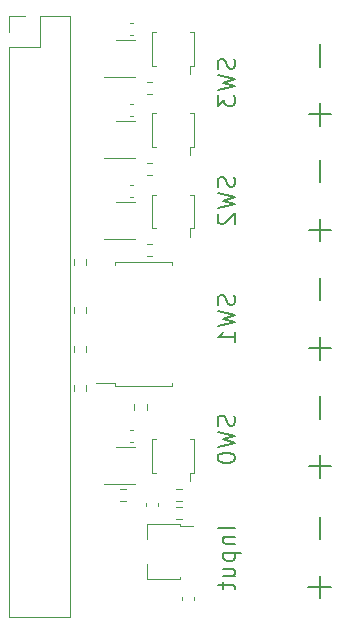
<source format=gbr>
%TF.GenerationSoftware,KiCad,Pcbnew,(6.0.9)*%
%TF.CreationDate,2022-11-25T17:08:00+01:00*%
%TF.ProjectId,gpio_isolated_switches,6770696f-5f69-4736-9f6c-617465645f73,rev?*%
%TF.SameCoordinates,Original*%
%TF.FileFunction,Legend,Bot*%
%TF.FilePolarity,Positive*%
%FSLAX46Y46*%
G04 Gerber Fmt 4.6, Leading zero omitted, Abs format (unit mm)*
G04 Created by KiCad (PCBNEW (6.0.9)) date 2022-11-25 17:08:00*
%MOMM*%
%LPD*%
G01*
G04 APERTURE LIST*
%ADD10C,0.200000*%
%ADD11C,0.120000*%
G04 APERTURE END LIST*
D10*
X109446428Y-72252380D02*
X109446428Y-70347619D01*
X108494047Y-71300000D02*
X110398809Y-71300000D01*
X109446428Y-67252380D02*
X109446428Y-65347619D01*
X109446428Y-52452380D02*
X109446428Y-50547619D01*
X108494047Y-51500000D02*
X110398809Y-51500000D01*
X109446428Y-47452380D02*
X109446428Y-45547619D01*
X102207142Y-77000000D02*
X102278571Y-77214285D01*
X102278571Y-77571428D01*
X102207142Y-77714285D01*
X102135714Y-77785714D01*
X101992857Y-77857142D01*
X101850000Y-77857142D01*
X101707142Y-77785714D01*
X101635714Y-77714285D01*
X101564285Y-77571428D01*
X101492857Y-77285714D01*
X101421428Y-77142857D01*
X101350000Y-77071428D01*
X101207142Y-77000000D01*
X101064285Y-77000000D01*
X100921428Y-77071428D01*
X100850000Y-77142857D01*
X100778571Y-77285714D01*
X100778571Y-77642857D01*
X100850000Y-77857142D01*
X100778571Y-78357142D02*
X102278571Y-78714285D01*
X101207142Y-79000000D01*
X102278571Y-79285714D01*
X100778571Y-79642857D01*
X100778571Y-80500000D02*
X100778571Y-80642857D01*
X100850000Y-80785714D01*
X100921428Y-80857142D01*
X101064285Y-80928571D01*
X101350000Y-81000000D01*
X101707142Y-81000000D01*
X101992857Y-80928571D01*
X102135714Y-80857142D01*
X102207142Y-80785714D01*
X102278571Y-80642857D01*
X102278571Y-80500000D01*
X102207142Y-80357142D01*
X102135714Y-80285714D01*
X101992857Y-80214285D01*
X101707142Y-80142857D01*
X101350000Y-80142857D01*
X101064285Y-80214285D01*
X100921428Y-80285714D01*
X100850000Y-80357142D01*
X100778571Y-80500000D01*
X102207142Y-66800000D02*
X102278571Y-67014285D01*
X102278571Y-67371428D01*
X102207142Y-67514285D01*
X102135714Y-67585714D01*
X101992857Y-67657142D01*
X101850000Y-67657142D01*
X101707142Y-67585714D01*
X101635714Y-67514285D01*
X101564285Y-67371428D01*
X101492857Y-67085714D01*
X101421428Y-66942857D01*
X101350000Y-66871428D01*
X101207142Y-66800000D01*
X101064285Y-66800000D01*
X100921428Y-66871428D01*
X100850000Y-66942857D01*
X100778571Y-67085714D01*
X100778571Y-67442857D01*
X100850000Y-67657142D01*
X100778571Y-68157142D02*
X102278571Y-68514285D01*
X101207142Y-68800000D01*
X102278571Y-69085714D01*
X100778571Y-69442857D01*
X102278571Y-70800000D02*
X102278571Y-69942857D01*
X102278571Y-70371428D02*
X100778571Y-70371428D01*
X100992857Y-70228571D01*
X101135714Y-70085714D01*
X101207142Y-69942857D01*
X102207142Y-46800000D02*
X102278571Y-47014285D01*
X102278571Y-47371428D01*
X102207142Y-47514285D01*
X102135714Y-47585714D01*
X101992857Y-47657142D01*
X101850000Y-47657142D01*
X101707142Y-47585714D01*
X101635714Y-47514285D01*
X101564285Y-47371428D01*
X101492857Y-47085714D01*
X101421428Y-46942857D01*
X101350000Y-46871428D01*
X101207142Y-46800000D01*
X101064285Y-46800000D01*
X100921428Y-46871428D01*
X100850000Y-46942857D01*
X100778571Y-47085714D01*
X100778571Y-47442857D01*
X100850000Y-47657142D01*
X100778571Y-48157142D02*
X102278571Y-48514285D01*
X101207142Y-48800000D01*
X102278571Y-49085714D01*
X100778571Y-49442857D01*
X100778571Y-49871428D02*
X100778571Y-50800000D01*
X101350000Y-50300000D01*
X101350000Y-50514285D01*
X101421428Y-50657142D01*
X101492857Y-50728571D01*
X101635714Y-50800000D01*
X101992857Y-50800000D01*
X102135714Y-50728571D01*
X102207142Y-50657142D01*
X102278571Y-50514285D01*
X102278571Y-50085714D01*
X102207142Y-49942857D01*
X102135714Y-49871428D01*
X102278571Y-86535714D02*
X100778571Y-86535714D01*
X101278571Y-87250000D02*
X102278571Y-87250000D01*
X101421428Y-87250000D02*
X101350000Y-87321428D01*
X101278571Y-87464285D01*
X101278571Y-87678571D01*
X101350000Y-87821428D01*
X101492857Y-87892857D01*
X102278571Y-87892857D01*
X101278571Y-88607142D02*
X102778571Y-88607142D01*
X101350000Y-88607142D02*
X101278571Y-88750000D01*
X101278571Y-89035714D01*
X101350000Y-89178571D01*
X101421428Y-89250000D01*
X101564285Y-89321428D01*
X101992857Y-89321428D01*
X102135714Y-89250000D01*
X102207142Y-89178571D01*
X102278571Y-89035714D01*
X102278571Y-88750000D01*
X102207142Y-88607142D01*
X101278571Y-90607142D02*
X102278571Y-90607142D01*
X101278571Y-89964285D02*
X102064285Y-89964285D01*
X102207142Y-90035714D01*
X102278571Y-90178571D01*
X102278571Y-90392857D01*
X102207142Y-90535714D01*
X102135714Y-90607142D01*
X101278571Y-91107142D02*
X101278571Y-91678571D01*
X100778571Y-91321428D02*
X102064285Y-91321428D01*
X102207142Y-91392857D01*
X102278571Y-91535714D01*
X102278571Y-91678571D01*
X102207142Y-56800000D02*
X102278571Y-57014285D01*
X102278571Y-57371428D01*
X102207142Y-57514285D01*
X102135714Y-57585714D01*
X101992857Y-57657142D01*
X101850000Y-57657142D01*
X101707142Y-57585714D01*
X101635714Y-57514285D01*
X101564285Y-57371428D01*
X101492857Y-57085714D01*
X101421428Y-56942857D01*
X101350000Y-56871428D01*
X101207142Y-56800000D01*
X101064285Y-56800000D01*
X100921428Y-56871428D01*
X100850000Y-56942857D01*
X100778571Y-57085714D01*
X100778571Y-57442857D01*
X100850000Y-57657142D01*
X100778571Y-58157142D02*
X102278571Y-58514285D01*
X101207142Y-58800000D01*
X102278571Y-59085714D01*
X100778571Y-59442857D01*
X100921428Y-59942857D02*
X100850000Y-60014285D01*
X100778571Y-60157142D01*
X100778571Y-60514285D01*
X100850000Y-60657142D01*
X100921428Y-60728571D01*
X101064285Y-60800000D01*
X101207142Y-60800000D01*
X101421428Y-60728571D01*
X102278571Y-59871428D01*
X102278571Y-60800000D01*
X109446428Y-82252380D02*
X109446428Y-80347619D01*
X108494047Y-81300000D02*
X110398809Y-81300000D01*
X109446428Y-77252380D02*
X109446428Y-75347619D01*
X109446428Y-62252380D02*
X109446428Y-60347619D01*
X108494047Y-61300000D02*
X110398809Y-61300000D01*
X109446428Y-57252380D02*
X109446428Y-55347619D01*
X109426428Y-92479380D02*
X109426428Y-90574619D01*
X108474047Y-91527000D02*
X110378809Y-91527000D01*
X109426428Y-87479380D02*
X109426428Y-85574619D01*
D11*
%TO.C,Q1*%
X98770000Y-81825000D02*
X98475000Y-81825000D01*
X98475000Y-78985000D02*
X98770000Y-78985000D01*
X98475000Y-82555000D02*
X98475000Y-81825000D01*
X98770000Y-78985000D02*
X98770000Y-81825000D01*
X95230000Y-78985000D02*
X95525000Y-78985000D01*
X95525000Y-81825000D02*
X95230000Y-81825000D01*
X95230000Y-81825000D02*
X95230000Y-78985000D01*
%TO.C,R12*%
X93727500Y-76012742D02*
X93727500Y-76487258D01*
X94772500Y-76012742D02*
X94772500Y-76487258D01*
%TO.C,Q2*%
X95230000Y-58285000D02*
X95525000Y-58285000D01*
X98770000Y-61125000D02*
X98475000Y-61125000D01*
X98770000Y-58285000D02*
X98770000Y-61125000D01*
X98475000Y-58285000D02*
X98770000Y-58285000D01*
X95230000Y-61125000D02*
X95230000Y-58285000D01*
X98475000Y-61855000D02*
X98475000Y-61125000D01*
X95525000Y-61125000D02*
X95230000Y-61125000D01*
%TO.C,Q3*%
X95230000Y-54220000D02*
X95230000Y-51380000D01*
X98475000Y-51380000D02*
X98770000Y-51380000D01*
X98770000Y-54220000D02*
X98475000Y-54220000D01*
X95525000Y-54220000D02*
X95230000Y-54220000D01*
X98770000Y-51380000D02*
X98770000Y-54220000D01*
X95230000Y-51380000D02*
X95525000Y-51380000D01*
X98475000Y-54950000D02*
X98475000Y-54220000D01*
%TO.C,U6*%
X97560000Y-86140000D02*
X97560000Y-86370000D01*
X94840000Y-86140000D02*
X94840000Y-87450000D01*
X97560000Y-90860000D02*
X97560000Y-90630000D01*
X97560000Y-86140000D02*
X94840000Y-86140000D01*
X94840000Y-89550000D02*
X94840000Y-90860000D01*
X98700000Y-86370000D02*
X97560000Y-86370000D01*
X94840000Y-90860000D02*
X97560000Y-90860000D01*
%TO.C,U1*%
X92135000Y-63990000D02*
X92135000Y-64270000D01*
X94520000Y-74510000D02*
X96905000Y-74510000D01*
X94520000Y-63990000D02*
X96905000Y-63990000D01*
X96905000Y-74510000D02*
X96905000Y-74230000D01*
X94520000Y-74510000D02*
X92135000Y-74510000D01*
X92135000Y-74230000D02*
X90470000Y-74230000D01*
X92135000Y-74510000D02*
X92135000Y-74230000D01*
X94520000Y-63990000D02*
X92135000Y-63990000D01*
X96905000Y-63990000D02*
X96905000Y-64270000D01*
%TO.C,C3*%
X93359420Y-51605000D02*
X93640580Y-51605000D01*
X93359420Y-50585000D02*
X93640580Y-50585000D01*
%TO.C,U5*%
X93000000Y-48310000D02*
X91200000Y-48310000D01*
X93000000Y-45190000D02*
X93800000Y-45190000D01*
X93000000Y-45190000D02*
X92200000Y-45190000D01*
X93000000Y-48310000D02*
X93800000Y-48310000D01*
%TO.C,Q4*%
X95525000Y-47375000D02*
X95230000Y-47375000D01*
X95230000Y-44535000D02*
X95525000Y-44535000D01*
X98770000Y-47375000D02*
X98475000Y-47375000D01*
X98770000Y-44535000D02*
X98770000Y-47375000D01*
X98475000Y-44535000D02*
X98770000Y-44535000D01*
X95230000Y-47375000D02*
X95230000Y-44535000D01*
X98475000Y-48105000D02*
X98475000Y-47375000D01*
%TO.C,U4*%
X93000000Y-55155000D02*
X91200000Y-55155000D01*
X93000000Y-52035000D02*
X93800000Y-52035000D01*
X93000000Y-52035000D02*
X92200000Y-52035000D01*
X93000000Y-55155000D02*
X93800000Y-55155000D01*
%TO.C,R2*%
X88631500Y-71611258D02*
X88631500Y-71136742D01*
X89676500Y-71611258D02*
X89676500Y-71136742D01*
%TO.C,C6*%
X94740000Y-84640580D02*
X94740000Y-84359420D01*
X95760000Y-84640580D02*
X95760000Y-84359420D01*
%TO.C,U3*%
X93000000Y-58940000D02*
X93800000Y-58940000D01*
X93000000Y-58940000D02*
X92200000Y-58940000D01*
X93000000Y-62060000D02*
X93800000Y-62060000D01*
X93000000Y-62060000D02*
X91200000Y-62060000D01*
%TO.C,C2*%
X93359420Y-57490000D02*
X93640580Y-57490000D01*
X93359420Y-58510000D02*
X93640580Y-58510000D01*
%TO.C,R7*%
X94762742Y-55572500D02*
X95237258Y-55572500D01*
X94762742Y-56617500D02*
X95237258Y-56617500D01*
%TO.C,R9*%
X97737258Y-85772500D02*
X97262742Y-85772500D01*
X97737258Y-84727500D02*
X97262742Y-84727500D01*
%TO.C,C4*%
X93359420Y-44760000D02*
X93640580Y-44760000D01*
X93359420Y-43740000D02*
X93640580Y-43740000D01*
%TO.C,R5*%
X92512742Y-84222500D02*
X92987258Y-84222500D01*
X92512742Y-83177500D02*
X92987258Y-83177500D01*
%TO.C,J5*%
X85705000Y-45750000D02*
X83105000Y-45750000D01*
X88305000Y-94070000D02*
X83105000Y-94070000D01*
X83105000Y-43150000D02*
X83105000Y-44480000D01*
X88305000Y-43150000D02*
X88305000Y-94070000D01*
X84435000Y-43150000D02*
X83105000Y-43150000D01*
X83105000Y-45750000D02*
X83105000Y-94070000D01*
X85705000Y-43150000D02*
X85705000Y-45750000D01*
X88305000Y-43150000D02*
X85705000Y-43150000D01*
%TO.C,R4*%
X89676500Y-63770742D02*
X89676500Y-64245258D01*
X88631500Y-63770742D02*
X88631500Y-64245258D01*
%TO.C,U2*%
X93000000Y-82760000D02*
X93800000Y-82760000D01*
X93000000Y-82760000D02*
X91200000Y-82760000D01*
X93000000Y-79640000D02*
X92200000Y-79640000D01*
X93000000Y-79640000D02*
X93800000Y-79640000D01*
%TO.C,R8*%
X94762742Y-49772500D02*
X95237258Y-49772500D01*
X94762742Y-48727500D02*
X95237258Y-48727500D01*
%TO.C,C1*%
X93359420Y-78190000D02*
X93640580Y-78190000D01*
X93359420Y-79210000D02*
X93640580Y-79210000D01*
%TO.C,R1*%
X88631500Y-74913258D02*
X88631500Y-74438742D01*
X89676500Y-74913258D02*
X89676500Y-74438742D01*
%TO.C,R3*%
X89676500Y-68309258D02*
X89676500Y-67834742D01*
X88631500Y-68309258D02*
X88631500Y-67834742D01*
%TO.C,R10*%
X97262742Y-83227500D02*
X97737258Y-83227500D01*
X97262742Y-84272500D02*
X97737258Y-84272500D01*
%TO.C,R6*%
X94762742Y-63522500D02*
X95237258Y-63522500D01*
X94762742Y-62477500D02*
X95237258Y-62477500D01*
%TO.C,C5*%
X97740000Y-92359420D02*
X97740000Y-92640580D01*
X98760000Y-92359420D02*
X98760000Y-92640580D01*
%TD*%
M02*

</source>
